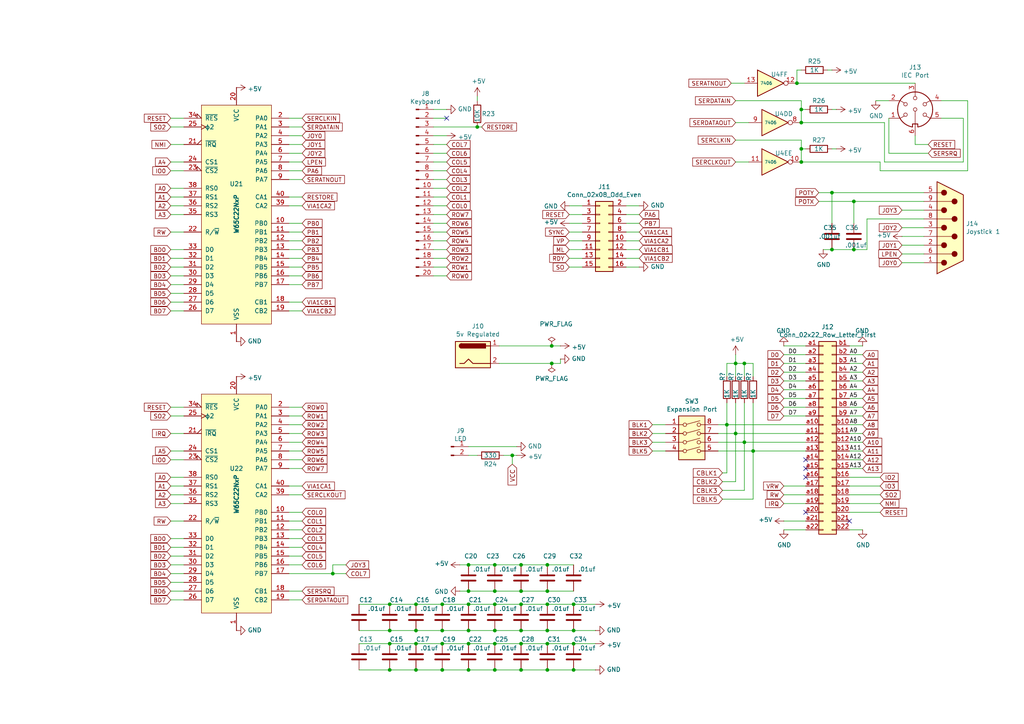
<source format=kicad_sch>
(kicad_sch (version 20250114) (generator "eeschema") (generator_version "9.0")
  (paper "A4")
  (junction (at 213.36 125.73))
  (junction (at 151.13 182.88))
  (junction (at 135.89 175.26))
  (junction (at 138.43 36.83))
  (junction (at 120.65 182.88))
  (junction (at 158.75 171.45))
  (junction (at 120.65 194.31))
  (junction (at 120.65 175.26))
  (junction (at 128.27 182.88))
  (junction (at 143.51 182.88))
  (junction (at 143.51 175.26))
  (junction (at 148.59 132.08))
  (junction (at 158.75 163.83))
  (junction (at 143.51 163.83))
  (junction (at 135.89 163.83))
  (junction (at 135.89 186.69))
  (junction (at 218.44 130.81))
  (junction (at 151.13 194.31))
  (junction (at 231.14 24.13))
  (junction (at 166.37 175.26))
  (junction (at 143.51 171.45))
  (junction (at 215.9 105.41))
  (junction (at 151.13 163.83))
  (junction (at 232.41 31.75))
  (junction (at 128.27 186.69))
  (junction (at 113.03 194.31))
  (junction (at 160.02 100.33))
  (junction (at 232.41 46.99))
  (junction (at 210.82 123.19))
  (junction (at 215.9 128.27))
  (junction (at 232.41 43.18))
  (junction (at 143.51 186.69))
  (junction (at 128.27 194.31))
  (junction (at 135.89 194.31))
  (junction (at 151.13 171.45))
  (junction (at 151.13 175.26))
  (junction (at 151.13 186.69))
  (junction (at 166.37 194.31))
  (junction (at 158.75 175.26))
  (junction (at 143.51 194.31))
  (junction (at 113.03 175.26))
  (junction (at 135.89 171.45))
  (junction (at 120.65 186.69))
  (junction (at 158.75 194.31))
  (junction (at 128.27 175.26))
  (junction (at 213.36 105.41))
  (junction (at 96.52 166.37))
  (junction (at 166.37 182.88))
  (junction (at 158.75 186.69))
  (junction (at 158.75 182.88))
  (junction (at 113.03 186.69))
  (junction (at 135.89 182.88))
  (junction (at 247.65 72.39))
  (junction (at 113.03 182.88))
  (junction (at 241.3 72.39))
  (junction (at 160.02 105.41))
  (junction (at 247.65 58.42))
  (junction (at 232.41 35.56))
  (junction (at 166.37 186.69))
  (junction (at 241.3 55.88))
  (no_connect (at 233.68 138.43))
  (no_connect (at 233.68 135.89))
  (no_connect (at 246.38 151.13))
  (no_connect (at 233.68 148.59))
  (no_connect (at 129.54 34.29))
  (no_connect (at 233.68 133.35))
  (wire (pts (xy 246.38 146.05) (xy 255.27 146.05)))
  (wire (pts (xy 120.65 186.69) (xy 128.27 186.69)))
  (wire (pts (xy 208.28 125.73) (xy 213.36 125.73)))
  (wire (pts (xy 233.68 146.05) (xy 227.33 146.05)))
  (wire (pts (xy 246.38 100.33) (xy 250.19 100.33)))
  (wire (pts (xy 83.82 72.39) (xy 87.63 72.39)))
  (wire (pts (xy 257.81 29.21) (xy 254 29.21)))
  (wire (pts (xy 193.04 128.27) (xy 189.23 128.27)))
  (wire (pts (xy 246.38 113.03) (xy 250.19 113.03)))
  (wire (pts (xy 261.62 68.58) (xy 267.97 68.58)))
  (wire (pts (xy 53.34 166.37) (xy 49.53 166.37)))
  (wire (pts (xy 83.82 64.77) (xy 87.63 64.77)))
  (wire (pts (xy 138.43 29.21) (xy 138.43 27.94)))
  (wire (pts (xy 247.65 72.39) (xy 241.3 72.39)))
  (wire (pts (xy 265.43 39.37) (xy 265.43 41.91)))
  (wire (pts (xy 265.43 41.91) (xy 269.24 41.91)))
  (wire (pts (xy 213.36 109.22) (xy 213.36 105.41)))
  (wire (pts (xy 218.44 130.81) (xy 233.68 130.81)))
  (wire (pts (xy 143.51 186.69) (xy 151.13 186.69)))
  (wire (pts (xy 233.68 113.03) (xy 227.33 113.03)))
  (wire (pts (xy 168.91 69.85) (xy 165.1 69.85)))
  (wire (pts (xy 166.37 182.88) (xy 172.72 182.88)))
  (wire (pts (xy 138.43 36.83) (xy 139.7 36.83)))
  (wire (pts (xy 125.73 31.75) (xy 129.54 31.75)))
  (wire (pts (xy 83.82 49.53) (xy 87.63 49.53)))
  (wire (pts (xy 83.82 171.45) (xy 87.63 171.45)))
  (wire (pts (xy 213.36 105.41) (xy 210.82 105.41)))
  (wire (pts (xy 246.38 107.95) (xy 250.19 107.95)))
  (wire (pts (xy 125.73 44.45) (xy 129.54 44.45)))
  (wire (pts (xy 83.82 52.07) (xy 87.63 52.07)))
  (wire (pts (xy 151.13 171.45) (xy 143.51 171.45)))
  (wire (pts (xy 53.34 80.01) (xy 49.53 80.01)))
  (wire (pts (xy 166.37 171.45) (xy 158.75 171.45)))
  (wire (pts (xy 143.51 175.26) (xy 135.89 175.26)))
  (wire (pts (xy 148.59 134.62) (xy 148.59 132.08)))
  (wire (pts (xy 246.38 140.97) (xy 255.27 140.97)))
  (wire (pts (xy 246.38 135.89) (xy 250.19 135.89)))
  (wire (pts (xy 113.03 194.31) (xy 120.65 194.31)))
  (wire (pts (xy 83.82 153.67) (xy 87.63 153.67)))
  (wire (pts (xy 53.34 77.47) (xy 49.53 77.47)))
  (wire (pts (xy 267.97 73.66) (xy 261.62 73.66)))
  (wire (pts (xy 125.73 52.07) (xy 129.54 52.07)))
  (wire (pts (xy 83.82 77.47) (xy 87.63 77.47)))
  (wire (pts (xy 53.34 118.11) (xy 49.53 118.11)))
  (wire (pts (xy 53.34 54.61) (xy 49.53 54.61)))
  (wire (pts (xy 148.59 132.08) (xy 149.86 132.08)))
  (wire (pts (xy 83.82 82.55) (xy 87.63 82.55)))
  (wire (pts (xy 151.13 186.69) (xy 158.75 186.69)))
  (wire (pts (xy 181.61 64.77) (xy 185.42 64.77)))
  (wire (pts (xy 53.34 82.55) (xy 49.53 82.55)))
  (wire (pts (xy 247.65 58.42) (xy 267.97 58.42)))
  (wire (pts (xy 53.34 158.75) (xy 49.53 158.75)))
  (wire (pts (xy 218.44 130.81) (xy 218.44 144.78)))
  (wire (pts (xy 83.82 125.73) (xy 87.63 125.73)))
  (wire (pts (xy 53.34 173.99) (xy 49.53 173.99)))
  (wire (pts (xy 168.91 77.47) (xy 165.1 77.47)))
  (wire (pts (xy 241.3 55.88) (xy 267.97 55.88)))
  (wire (pts (xy 53.34 46.99) (xy 49.53 46.99)))
  (wire (pts (xy 209.55 144.78) (xy 218.44 144.78)))
  (wire (pts (xy 83.82 128.27) (xy 87.63 128.27)))
  (wire (pts (xy 218.44 109.22) (xy 218.44 105.41)))
  (wire (pts (xy 256.54 35.56) (xy 256.54 46.99)))
  (wire (pts (xy 246.38 128.27) (xy 250.19 128.27)))
  (wire (pts (xy 233.68 115.57) (xy 227.33 115.57)))
  (wire (pts (xy 233.68 102.87) (xy 227.33 102.87)))
  (wire (pts (xy 158.75 186.69) (xy 166.37 186.69)))
  (wire (pts (xy 53.34 67.31) (xy 49.53 67.31)))
  (wire (pts (xy 233.68 105.41) (xy 227.33 105.41)))
  (wire (pts (xy 83.82 69.85) (xy 87.63 69.85)))
  (wire (pts (xy 158.75 163.83) (xy 151.13 163.83)))
  (wire (pts (xy 83.82 44.45) (xy 87.63 44.45)))
  (wire (pts (xy 125.73 62.23) (xy 129.54 62.23)))
  (wire (pts (xy 218.44 105.41) (xy 215.9 105.41)))
  (wire (pts (xy 53.34 140.97) (xy 49.53 140.97)))
  (wire (pts (xy 104.14 194.31) (xy 113.03 194.31)))
  (wire (pts (xy 135.89 129.54) (xy 149.86 129.54)))
  (wire (pts (xy 193.04 125.73) (xy 189.23 125.73)))
  (wire (pts (xy 166.37 186.69) (xy 172.72 186.69)))
  (wire (pts (xy 53.34 138.43) (xy 49.53 138.43)))
  (wire (pts (xy 83.82 57.15) (xy 87.63 57.15)))
  (wire (pts (xy 168.91 62.23) (xy 165.1 62.23)))
  (wire (pts (xy 257.81 44.45) (xy 269.24 44.45)))
  (wire (pts (xy 151.13 194.31) (xy 158.75 194.31)))
  (wire (pts (xy 83.82 173.99) (xy 87.63 173.99)))
  (wire (pts (xy 53.34 120.65) (xy 49.53 120.65)))
  (wire (pts (xy 120.65 182.88) (xy 128.27 182.88)))
  (wire (pts (xy 83.82 34.29) (xy 87.63 34.29)))
  (wire (pts (xy 233.68 120.65) (xy 227.33 120.65)))
  (wire (pts (xy 162.56 105.41) (xy 162.56 104.14)))
  (wire (pts (xy 181.61 59.69) (xy 185.42 59.69)))
  (wire (pts (xy 208.28 128.27) (xy 215.9 128.27)))
  (wire (pts (xy 83.82 158.75) (xy 87.63 158.75)))
  (wire (pts (xy 125.73 72.39) (xy 129.54 72.39)))
  (wire (pts (xy 160.02 100.33) (xy 162.56 100.33)))
  (wire (pts (xy 146.05 132.08) (xy 148.59 132.08)))
  (wire (pts (xy 246.38 115.57) (xy 250.19 115.57)))
  (wire (pts (xy 113.03 182.88) (xy 120.65 182.88)))
  (wire (pts (xy 151.13 182.88) (xy 158.75 182.88)))
  (wire (pts (xy 257.81 34.29) (xy 257.81 44.45)))
  (wire (pts (xy 233.68 143.51) (xy 227.33 143.51)))
  (wire (pts (xy 53.34 171.45) (xy 49.53 171.45)))
  (wire (pts (xy 232.41 43.18) (xy 232.41 46.99)))
  (wire (pts (xy 232.41 20.32) (xy 231.14 20.32)))
  (wire (pts (xy 251.46 72.39) (xy 247.65 72.39)))
  (wire (pts (xy 53.34 133.35) (xy 49.53 133.35)))
  (wire (pts (xy 83.82 148.59) (xy 87.63 148.59)))
  (wire (pts (xy 246.38 118.11) (xy 250.19 118.11)))
  (wire (pts (xy 53.34 74.93) (xy 49.53 74.93)))
  (wire (pts (xy 83.82 133.35) (xy 87.63 133.35)))
  (wire (pts (xy 208.28 130.81) (xy 218.44 130.81)))
  (wire (pts (xy 125.73 54.61) (xy 129.54 54.61)))
  (wire (pts (xy 193.04 130.81) (xy 189.23 130.81)))
  (wire (pts (xy 233.68 153.67) (xy 227.33 153.67)))
  (wire (pts (xy 208.28 123.19) (xy 210.82 123.19)))
  (wire (pts (xy 125.73 77.47) (xy 129.54 77.47)))
  (wire (pts (xy 232.41 31.75) (xy 232.41 35.56)))
  (wire (pts (xy 280.67 29.21) (xy 273.05 29.21)))
  (wire (pts (xy 158.75 194.31) (xy 166.37 194.31)))
  (wire (pts (xy 53.34 168.91) (xy 49.53 168.91)))
  (wire (pts (xy 135.89 163.83) (xy 133.35 163.83)))
  (wire (pts (xy 83.82 130.81) (xy 87.63 130.81)))
  (wire (pts (xy 83.82 120.65) (xy 87.63 120.65)))
  (wire (pts (xy 267.97 76.2) (xy 261.62 76.2)))
  (wire (pts (xy 83.82 143.51) (xy 87.63 143.51)))
  (wire (pts (xy 53.34 125.73) (xy 49.53 125.73)))
  (wire (pts (xy 128.27 175.26) (xy 120.65 175.26)))
  (wire (pts (xy 232.41 46.99) (xy 255.27 46.99)))
  (wire (pts (xy 231.14 20.32) (xy 231.14 24.13)))
  (wire (pts (xy 241.3 43.18) (xy 242.57 43.18)))
  (wire (pts (xy 53.34 143.51) (xy 49.53 143.51)))
  (wire (pts (xy 151.13 163.83) (xy 143.51 163.83)))
  (wire (pts (xy 53.34 41.91) (xy 49.53 41.91)))
  (wire (pts (xy 215.9 105.41) (xy 213.36 105.41)))
  (wire (pts (xy 83.82 80.01) (xy 87.63 80.01)))
  (wire (pts (xy 213.36 105.41) (xy 213.36 102.87)))
  (wire (pts (xy 53.34 36.83) (xy 49.53 36.83)))
  (wire (pts (xy 246.38 153.67) (xy 250.19 153.67)))
  (wire (pts (xy 143.51 163.83) (xy 135.89 163.83)))
  (wire (pts (xy 125.73 57.15) (xy 129.54 57.15)))
  (wire (pts (xy 246.38 110.49) (xy 250.19 110.49)))
  (wire (pts (xy 143.51 182.88) (xy 151.13 182.88)))
  (wire (pts (xy 160.02 105.41) (xy 162.56 105.41)))
  (wire (pts (xy 135.89 182.88) (xy 143.51 182.88)))
  (wire (pts (xy 53.34 59.69) (xy 49.53 59.69)))
  (wire (pts (xy 246.38 148.59) (xy 255.27 148.59)))
  (wire (pts (xy 96.52 166.37) (xy 96.52 163.83)))
  (wire (pts (xy 215.9 109.22) (xy 215.9 105.41)))
  (wire (pts (xy 53.34 34.29) (xy 49.53 34.29)))
  (wire (pts (xy 125.73 39.37) (xy 129.54 39.37)))
  (wire (pts (xy 128.27 186.69) (xy 135.89 186.69)))
  (wire (pts (xy 232.41 29.21) (xy 213.36 29.21)))
  (wire (pts (xy 251.46 63.5) (xy 251.46 72.39)))
  (wire (pts (xy 125.73 74.93) (xy 129.54 74.93)))
  (wire (pts (xy 144.78 100.33) (xy 160.02 100.33)))
  (wire (pts (xy 210.82 137.16) (xy 209.55 137.16)))
  (wire (pts (xy 168.91 64.77) (xy 165.1 64.77)))
  (wire (pts (xy 83.82 67.31) (xy 87.63 67.31)))
  (wire (pts (xy 231.14 24.13) (xy 265.43 24.13)))
  (wire (pts (xy 83.82 39.37) (xy 87.63 39.37)))
  (wire (pts (xy 215.9 116.84) (xy 215.9 128.27)))
  (wire (pts (xy 233.68 110.49) (xy 227.33 110.49)))
  (wire (pts (xy 83.82 46.99) (xy 87.63 46.99)))
  (wire (pts (xy 241.3 72.39) (xy 238.76 72.39)))
  (wire (pts (xy 232.41 40.64) (xy 213.36 40.64)))
  (wire (pts (xy 158.75 182.88) (xy 166.37 182.88)))
  (wire (pts (xy 83.82 90.17) (xy 87.63 90.17)))
  (wire (pts (xy 241.3 31.75) (xy 242.57 31.75)))
  (wire (pts (xy 125.73 41.91) (xy 129.54 41.91)))
  (wire (pts (xy 168.91 72.39) (xy 165.1 72.39)))
  (wire (pts (xy 53.34 72.39) (xy 49.53 72.39)))
  (wire (pts (xy 233.68 140.97) (xy 227.33 140.97)))
  (wire (pts (xy 53.34 85.09) (xy 49.53 85.09)))
  (wire (pts (xy 181.61 62.23) (xy 185.42 62.23)))
  (wire (pts (xy 227.33 100.33) (xy 233.68 100.33)))
  (wire (pts (xy 232.41 31.75) (xy 232.41 29.21)))
  (wire (pts (xy 158.75 175.26) (xy 151.13 175.26)))
  (wire (pts (xy 143.51 194.31) (xy 151.13 194.31)))
  (wire (pts (xy 96.52 166.37) (xy 100.33 166.37)))
  (wire (pts (xy 53.34 49.53) (xy 49.53 49.53)))
  (wire (pts (xy 125.73 49.53) (xy 129.54 49.53)))
  (wire (pts (xy 135.89 194.31) (xy 143.51 194.31)))
  (wire (pts (xy 53.34 151.13) (xy 49.53 151.13)))
  (wire (pts (xy 213.36 116.84) (xy 213.36 125.73)))
  (wire (pts (xy 125.73 80.01) (xy 129.54 80.01)))
  (wire (pts (xy 209.55 139.7) (xy 213.36 139.7)))
  (wire (pts (xy 246.38 123.19) (xy 250.19 123.19)))
  (wire (pts (xy 246.38 102.87) (xy 250.19 102.87)))
  (wire (pts (xy 210.82 123.19) (xy 233.68 123.19)))
  (wire (pts (xy 125.73 46.99) (xy 129.54 46.99)))
  (wire (pts (xy 83.82 59.69) (xy 87.63 59.69)))
  (wire (pts (xy 168.91 59.69) (xy 165.1 59.69)))
  (wire (pts (xy 83.82 163.83) (xy 87.63 163.83)))
  (wire (pts (xy 193.04 123.19) (xy 189.23 123.19)))
  (wire (pts (xy 113.03 175.26) (xy 104.14 175.26)))
  (wire (pts (xy 210.82 109.22) (xy 210.82 105.41)))
  (wire (pts (xy 166.37 175.26) (xy 158.75 175.26)))
  (wire (pts (xy 83.82 41.91) (xy 87.63 41.91)))
  (wire (pts (xy 215.9 128.27) (xy 233.68 128.27)))
  (wire (pts (xy 83.82 87.63) (xy 87.63 87.63)))
  (wire (pts (xy 166.37 194.31) (xy 172.72 194.31)))
  (wire (pts (xy 217.17 35.56) (xy 213.36 35.56)))
  (wire (pts (xy 135.89 186.69) (xy 143.51 186.69)))
  (wire (pts (xy 237.49 55.88) (xy 241.3 55.88)))
  (wire (pts (xy 83.82 135.89) (xy 87.63 135.89)))
  (wire (pts (xy 279.4 46.99) (xy 279.4 34.29)))
  (wire (pts (xy 53.34 57.15) (xy 49.53 57.15)))
  (wire (pts (xy 83.82 140.97) (xy 87.63 140.97)))
  (wire (pts (xy 246.38 138.43) (xy 255.27 138.43)))
  (wire (pts (xy 209.55 142.24) (xy 215.9 142.24)))
  (wire (pts (xy 125.73 36.83) (xy 138.43 36.83)))
  (wire (pts (xy 166.37 163.83) (xy 158.75 163.83)))
  (wire (pts (xy 168.91 67.31) (xy 165.1 67.31)))
  (wire (pts (xy 135.89 171.45) (xy 133.35 171.45)))
  (wire (pts (xy 241.3 64.77) (xy 241.3 55.88)))
  (wire (pts (xy 273.05 34.29) (xy 279.4 34.29)))
  (wire (pts (xy 246.38 133.35) (xy 250.19 133.35)))
  (wire (pts (xy 213.36 125.73) (xy 233.68 125.73)))
  (wire (pts (xy 53.34 163.83) (xy 49.53 163.83)))
  (wire (pts (xy 181.61 69.85) (xy 185.42 69.85)))
  (wire (pts (xy 232.41 35.56) (xy 256.54 35.56)))
  (wire (pts (xy 246.38 120.65) (xy 250.19 120.65)))
  (wire (pts (xy 104.14 182.88) (xy 113.03 182.88)))
  (wire (pts (xy 151.13 175.26) (xy 143.51 175.26)))
  (wire (pts (xy 267.97 60.96) (xy 261.62 60.96)))
  (wire (pts (xy 233.68 151.13) (xy 227.33 151.13)))
  (wire (pts (xy 240.03 20.32) (xy 241.3 20.32)))
  (wire (pts (xy 166.37 175.26) (xy 172.72 175.26)))
  (wire (pts (xy 128.27 194.31) (xy 135.89 194.31)))
  (wire (pts (xy 247.65 64.77) (xy 247.65 58.42)))
  (wire (pts (xy 233.68 31.75) (xy 232.41 31.75)))
  (wire (pts (xy 232.41 43.18) (xy 232.41 40.64)))
  (wire (pts (xy 144.78 105.41) (xy 160.02 105.41)))
  (wire (pts (xy 280.67 49.53) (xy 280.67 29.21)))
  (wire (pts (xy 125.73 69.85) (xy 129.54 69.85)))
  (wire (pts (xy 53.34 156.21) (xy 49.53 156.21)))
  (wire (pts (xy 215.9 24.13) (xy 212.09 24.13)))
  (wire (pts (xy 267.97 71.12) (xy 261.62 71.12)))
  (wire (pts (xy 120.65 175.26) (xy 113.03 175.26)))
  (wire (pts (xy 53.34 130.81) (xy 49.53 130.81)))
  (wire (pts (xy 113.03 186.69) (xy 120.65 186.69)))
  (wire (pts (xy 181.61 77.47) (xy 185.42 77.47)))
  (wire (pts (xy 125.73 64.77) (xy 129.54 64.77)))
  (wire (pts (xy 158.75 171.45) (xy 151.13 171.45)))
  (wire (pts (xy 83.82 151.13) (xy 87.63 151.13)))
  (wire (pts (xy 128.27 182.88) (xy 135.89 182.88)))
  (wire (pts (xy 83.82 161.29) (xy 87.63 161.29)))
  (wire (pts (xy 96.52 163.83) (xy 100.33 163.83)))
  (wire (pts (xy 246.38 130.81) (xy 250.19 130.81)))
  (wire (pts (xy 168.91 74.93) (xy 165.1 74.93)))
  (wire (pts (xy 215.9 128.27) (xy 215.9 142.24)))
  (wire (pts (xy 53.34 90.17) (xy 49.53 90.17)))
  (wire (pts (xy 256.54 46.99) (xy 279.4 46.99)))
  (wire (pts (xy 246.38 105.41) (xy 250.19 105.41)))
  (wire (pts (xy 246.38 125.73) (xy 250.19 125.73)))
  (wire (pts (xy 213.36 125.73) (xy 213.36 139.7)))
  (wire (pts (xy 143.51 171.45) (xy 135.89 171.45)))
  (wire (pts (xy 181.61 72.39) (xy 185.42 72.39)))
  (wire (pts (xy 255.27 49.53) (xy 280.67 49.53)))
  (wire (pts (xy 83.82 74.93) (xy 87.63 74.93)))
  (wire (pts (xy 135.89 132.08) (xy 138.43 132.08)))
  (wire (pts (xy 128.27 175.26) (xy 135.89 175.26)))
  (wire (pts (xy 210.82 123.19) (xy 210.82 137.16)))
  (wire (pts (xy 233.68 118.11) (xy 227.33 118.11)))
  (wire (pts (xy 104.14 186.69) (xy 113.03 186.69)))
  (wire (pts (xy 210.82 116.84) (xy 210.82 123.19)))
  (wire (pts (xy 255.27 46.99) (xy 255.27 49.53)))
  (wire (pts (xy 181.61 74.93) (xy 185.42 74.93)))
  (wire (pts (xy 217.17 46.99) (xy 213.36 46.99)))
  (wire (pts (xy 83.82 123.19) (xy 87.63 123.19)))
  (wire (pts (xy 53.34 161.29) (xy 49.53 161.29)))
  (wire (pts (xy 120.65 194.31) (xy 128.27 194.31)))
  (wire (pts (xy 83.82 118.11) (xy 87.63 118.11)))
  (wire (pts (xy 83.82 166.37) (xy 96.52 166.37)))
  (wire (pts (xy 237.49 58.42) (xy 247.65 58.42)))
  (wire (pts (xy 233.68 107.95) (xy 227.33 107.95)))
  (wire (pts (xy 125.73 34.29) (xy 129.54 34.29)))
  (wire (pts (xy 125.73 59.69) (xy 129.54 59.69)))
  (wire (pts (xy 267.97 66.04) (xy 261.62 66.04)))
  (wire (pts (xy 246.38 143.51) (xy 255.27 143.51)))
  (wire (pts (xy 125.73 67.31) (xy 129.54 67.31)))
  (wire (pts (xy 83.82 36.83) (xy 87.63 36.83)))
  (wire (pts (xy 53.34 62.23) (xy 49.53 62.23)))
  (wire (pts (xy 83.82 156.21) (xy 87.63 156.21)))
  (wire (pts (xy 53.34 146.05) (xy 49.53 146.05)))
  (wire (pts (xy 233.68 43.18) (xy 232.41 43.18)))
  (wire (pts (xy 218.44 116.84) (xy 218.44 130.81)))
  (wire (pts (xy 53.34 87.63) (xy 49.53 87.63)))
  (wire (pts (xy 251.46 63.5) (xy 267.97 63.5)))
  (wire (pts (xy 181.61 67.31) (xy 185.42 67.31)))
  (label "A13" (at 246.38 135.89 0) (effects (font (size 1.1938 1.1938))))
  (label "A11" (at 246.38 130.81 0) (effects (font (size 1.1938 1.1938))))
  (label "A1" (at 246.38 105.41 0) (effects (font (size 1.1938 1.1938))))
  (label "A7" (at 246.38 120.65 0) (effects (font (size 1.1938 1.1938))))
  (label "A12" (at 246.38 133.35 0) (effects (font (size 1.1938 1.1938))))
  (label "D4" (at 228.6 113.03 0) (effects (font (size 1.1938 1.1938))))
  (label "D2" (at 228.6 107.95 0) (effects (font (size 1.1938 1.1938))))
  (label "A4" (at 246.38 113.03 0) (effects (font (size 1.1938 1.1938))))
  (label "A0" (at 246.38 102.87 0) (effects (font (size 1.1938 1.1938))))
  (label "D5" (at 228.6 115.57 0) (effects (font (size 1.1938 1.1938))))
  (label "A2" (at 246.38 107.95 0) (effects (font (size 1.1938 1.1938))))
  (label "D0" (at 228.6 102.87 0) (effects (font (size 1.1938 1.1938))))
  (label "A3" (at 246.38 110.49 0) (effects (font (size 1.1938 1.1938))))
  (label "D1" (at 228.6 105.41 0) (effects (font (size 1.1938 1.1938))))
  (label "A8" (at 246.38 123.19 0) (effects (font (size 1.1938 1.1938))))
  (label "A10" (at 246.38 128.27 0) (effects (font (size 1.1938 1.1938))))
  (label "D6" (at 228.6 118.11 0) (effects (font (size 1.1938 1.1938))))
  (label "A5" (at 246.38 115.57 0) (effects (font (size 1.1938 1.1938))))
  (label "A9" (at 246.38 125.73 0) (effects (font (size 1.1938 1.1938))))
  (label "D7" (at 228.6 120.65 0) (effects (font (size 1.1938 1.1938))))
  (label "D3" (at 228.6 110.49 0) (effects (font (size 1.1938 1.1938))))
  (label "A6" (at 246.38 118.11 0) (effects (font (size 1.1938 1.1938))))
  (global_label "ROW2" (shape input) (at 87.63 123.19 0) (effects (font (size 1.1938 1.1938))) (property "Intersheetrefs" "${INTERSHEET_REFS}" (effects (hide yes))))
  (global_label "A11" (shape input) (at 250.19 130.81 0) (effects (font (size 1.1938 1.1938))) (property "Intersheetrefs" "${INTERSHEET_REFS}" (effects (hide yes))))
  (global_label "COL7" (shape input) (at 100.33 166.37 0) (effects (font (size 1.1938 1.1938))) (property "Intersheetrefs" "${INTERSHEET_REFS}" (effects (hide yes))))
  (global_label "LPEN" (shape input) (at 261.62 73.66 180) (effects (font (size 1.1938 1.1938))) (property "Intersheetrefs" "${INTERSHEET_REFS}" (effects (hide yes))))
  (global_label "ROW3" (shape input) (at 129.54 72.39 0) (effects (font (size 1.1938 1.1938))) (property "Intersheetrefs" "${INTERSHEET_REFS}" (effects (hide yes))))
  (global_label "VRW" (shape input) (at 227.33 140.97 180) (effects (font (size 1.1938 1.1938))) (property "Intersheetrefs" "${INTERSHEET_REFS}" (effects (hide yes))))
  (global_label "VIA1CB1" (shape input) (at 87.63 87.63 0) (effects (font (size 1.1938 1.1938))) (property "Intersheetrefs" "${INTERSHEET_REFS}" (effects (hide yes))))
  (global_label "A2" (shape input) (at 49.53 143.51 180) (effects (font (size 1.1938 1.1938))) (property "Intersheetrefs" "${INTERSHEET_REFS}" (effects (hide yes))))
  (global_label "BD6" (shape input) (at 49.53 171.45 180) (effects (font (size 1.1938 1.1938))) (property "Intersheetrefs" "${INTERSHEET_REFS}" (effects (hide yes))))
  (global_label "VIA1CA1" (shape input) (at 87.63 140.97 0) (effects (font (size 1.1938 1.1938))) (property "Intersheetrefs" "${INTERSHEET_REFS}" (effects (hide yes))))
  (global_label "JOY3" (shape input) (at 100.33 163.83 0) (effects (font (size 1.1938 1.1938))) (property "Intersheetrefs" "${INTERSHEET_REFS}" (effects (hide yes))))
  (global_label "A2" (shape input) (at 49.53 59.69 180) (effects (font (size 1.1938 1.1938))) (property "Intersheetrefs" "${INTERSHEET_REFS}" (effects (hide yes))))
  (global_label "RESET" (shape input) (at 49.53 118.11 180) (effects (font (size 1.1938 1.1938))) (property "Intersheetrefs" "${INTERSHEET_REFS}" (effects (hide yes))))
  (global_label "SERSRQ" (shape input) (at 269.24 44.45 0) (effects (font (size 1.1938 1.1938))) (property "Intersheetrefs" "${INTERSHEET_REFS}" (effects (hide yes))))
  (global_label "NMI" (shape input) (at 49.53 41.91 180) (effects (font (size 1.1938 1.1938))) (property "Intersheetrefs" "${INTERSHEET_REFS}" (effects (hide yes))))
  (global_label "VIA1CB1" (shape input) (at 185.42 72.39 0) (effects (font (size 1.1938 1.1938))) (property "Intersheetrefs" "${INTERSHEET_REFS}" (effects (hide yes))))
  (global_label "IO0" (shape input) (at 49.53 49.53 180) (effects (font (size 1.1938 1.1938))) (property "Intersheetrefs" "${INTERSHEET_REFS}" (effects (hide yes))))
  (global_label "COL7" (shape input) (at 129.54 41.91 0) (effects (font (size 1.1938 1.1938))) (property "Intersheetrefs" "${INTERSHEET_REFS}" (effects (hide yes))))
  (global_label "SERSRQ" (shape input) (at 87.63 171.45 0) (effects (font (size 1.1938 1.1938))) (property "Intersheetrefs" "${INTERSHEET_REFS}" (effects (hide yes))))
  (global_label "D4" (shape input) (at 227.33 113.03 180) (effects (font (size 1.1938 1.1938))) (property "Intersheetrefs" "${INTERSHEET_REFS}" (effects (hide yes))))
  (global_label "D5" (shape input) (at 227.33 115.57 180) (effects (font (size 1.1938 1.1938))) (property "Intersheetrefs" "${INTERSHEET_REFS}" (effects (hide yes))))
  (global_label "ROW3" (shape input) (at 87.63 125.73 0) (effects (font (size 1.1938 1.1938))) (property "Intersheetrefs" "${INTERSHEET_REFS}" (effects (hide yes))))
  (global_label "RESTORE" (shape input) (at 87.63 57.15 0) (effects (font (size 1.1938 1.1938))) (property "Intersheetrefs" "${INTERSHEET_REFS}" (effects (hide yes))))
  (global_label "A0" (shape input) (at 49.53 54.61 180) (effects (font (size 1.1938 1.1938))) (property "Intersheetrefs" "${INTERSHEET_REFS}" (effects (hide yes))))
  (global_label "PB5" (shape input) (at 87.63 77.47 0) (effects (font (size 1.1938 1.1938))) (property "Intersheetrefs" "${INTERSHEET_REFS}" (effects (hide yes))))
  (global_label "VIA1CA1" (shape input) (at 185.42 67.31 0) (effects (font (size 1.1938 1.1938))) (property "Intersheetrefs" "${INTERSHEET_REFS}" (effects (hide yes))))
  (global_label "PA6" (shape input) (at 185.42 62.23 0) (effects (font (size 1.1938 1.1938))) (property "Intersheetrefs" "${INTERSHEET_REFS}" (effects (hide yes))))
  (global_label "JOY1" (shape input) (at 87.63 41.91 0) (effects (font (size 1.1938 1.1938))) (property "Intersheetrefs" "${INTERSHEET_REFS}" (effects (hide yes))))
  (global_label "ROW4" (shape input) (at 129.54 69.85 0) (effects (font (size 1.1938 1.1938))) (property "Intersheetrefs" "${INTERSHEET_REFS}" (effects (hide yes))))
  (global_label "LPEN" (shape input) (at 87.63 46.99 0) (effects (font (size 1.1938 1.1938))) (property "Intersheetrefs" "${INTERSHEET_REFS}" (effects (hide yes))))
  (global_label "COL0" (shape input) (at 87.63 148.59 0) (effects (font (size 1.1938 1.1938))) (property "Intersheetrefs" "${INTERSHEET_REFS}" (effects (hide yes))))
  (global_label "ROW1" (shape input) (at 129.54 77.47 0) (effects (font (size 1.1938 1.1938))) (property "Intersheetrefs" "${INTERSHEET_REFS}" (effects (hide yes))))
  (global_label "JOY0" (shape input) (at 261.62 76.2 180) (effects (font (size 1.1938 1.1938))) (property "Intersheetrefs" "${INTERSHEET_REFS}" (effects (hide yes))))
  (global_label "IO0" (shape input) (at 49.53 133.35 180) (effects (font (size 1.1938 1.1938))) (property "Intersheetrefs" "${INTERSHEET_REFS}" (effects (hide yes))))
  (global_label "COL4" (shape input) (at 87.63 158.75 0) (effects (font (size 1.1938 1.1938))) (property "Intersheetrefs" "${INTERSHEET_REFS}" (effects (hide yes))))
  (global_label "BD7" (shape input) (at 49.53 90.17 180) (effects (font (size 1.1938 1.1938))) (property "Intersheetrefs" "${INTERSHEET_REFS}" (effects (hide yes))))
  (global_label "A5" (shape input) (at 250.19 115.57 0) (effects (font (size 1.1938 1.1938))) (property "Intersheetrefs" "${INTERSHEET_REFS}" (effects (hide yes))))
  (global_label "A0" (shape input) (at 250.19 102.87 0) (effects (font (size 1.1938 1.1938))) (property "Intersheetrefs" "${INTERSHEET_REFS}" (effects (hide yes))))
  (global_label "A3" (shape input) (at 49.53 146.05 180) (effects (font (size 1.1938 1.1938))) (property "Intersheetrefs" "${INTERSHEET_REFS}" (effects (hide yes))))
  (global_label "A13" (shape input) (at 250.19 135.89 0) (effects (font (size 1.1938 1.1938))) (property "Intersheetrefs" "${INTERSHEET_REFS}" (effects (hide yes))))
  (global_label "VIA1CB2" (shape input) (at 87.63 90.17 0) (effects (font (size 1.1938 1.1938))) (property "Intersheetrefs" "${INTERSHEET_REFS}" (effects (hide yes))))
  (global_label "D0" (shape input) (at 227.33 102.87 180) (effects (font (size 1.1938 1.1938))) (property "Intersheetrefs" "${INTERSHEET_REFS}" (effects (hide yes))))
  (global_label "A12" (shape input) (at 250.19 133.35 0) (effects (font (size 1.1938 1.1938))) (property "Intersheetrefs" "${INTERSHEET_REFS}" (effects (hide yes))))
  (global_label "BD2" (shape input) (at 49.53 161.29 180) (effects (font (size 1.1938 1.1938))) (property "Intersheetrefs" "${INTERSHEET_REFS}" (effects (hide yes))))
  (global_label "SERDATAIN" (shape input) (at 213.36 29.21 180) (effects (font (size 1.1938 1.1938))) (property "Intersheetrefs" "${INTERSHEET_REFS}" (effects (hide yes))))
  (global_label "A1" (shape input) (at 250.19 105.41 0) (effects (font (size 1.1938 1.1938))) (property "Intersheetrefs" "${INTERSHEET_REFS}" (effects (hide yes))))
  (global_label "A7" (shape input) (at 250.19 120.65 0) (effects (font (size 1.1938 1.1938))) (property "Intersheetrefs" "${INTERSHEET_REFS}" (effects (hide yes))))
  (global_label "A8" (shape input) (at 250.19 123.19 0) (effects (font (size 1.1938 1.1938))) (property "Intersheetrefs" "${INTERSHEET_REFS}" (effects (hide yes))))
  (global_label "CBLK3" (shape input) (at 209.55 142.24 180) (property "Intersheetrefs" "${INTERSHEET_REFS}" (effects (hide yes))))
  (global_label "COL5" (shape input) (at 129.54 46.99 0) (effects (font (size 1.1938 1.1938))) (property "Intersheetrefs" "${INTERSHEET_REFS}" (effects (hide yes))))
  (global_label "RW" (shape input) (at 49.53 151.13 180) (effects (font (size 1.1938 1.1938))) (property "Intersheetrefs" "${INTERSHEET_REFS}" (effects (hide yes))))
  (global_label "POTY" (shape input) (at 237.49 55.88 180) (effects (font (size 1.1938 1.1938))) (property "Intersheetrefs" "${INTERSHEET_REFS}" (effects (hide yes))))
  (global_label "COL1" (shape input) (at 87.63 151.13 0) (effects (font (size 1.1938 1.1938))) (property "Intersheetrefs" "${INTERSHEET_REFS}" (effects (hide yes))))
  (global_label "SERCLKIN" (shape input) (at 213.36 40.64 180) (effects (font (size 1.1938 1.1938))) (property "Intersheetrefs" "${INTERSHEET_REFS}" (effects (hide yes))))
  (global_label "BD4" (shape input) (at 49.53 166.37 180) (effects (font (size 1.1938 1.1938))) (property "Intersheetrefs" "${INTERSHEET_REFS}" (effects (hide yes))))
  (global_label "JOY0" (shape input) (at 87.63 39.37 0) (effects (font (size 1.1938 1.1938))) (property "Intersheetrefs" "${INTERSHEET_REFS}" (effects (hide yes))))
  (global_label "PB4" (shape input) (at 87.63 74.93 0) (effects (font (size 1.1938 1.1938))) (property "Intersheetrefs" "${INTERSHEET_REFS}" (effects (hide yes))))
  (global_label "RESET" (shape input) (at 269.24 41.91 0) (effects (font (size 1.1938 1.1938))) (property "Intersheetrefs" "${INTERSHEET_REFS}" (effects (hide yes))))
  (global_label "IO2" (shape input) (at 255.27 138.43 0) (effects (font (size 1.1938 1.1938))) (property "Intersheetrefs" "${INTERSHEET_REFS}" (effects (hide yes))))
  (global_label "SERCLKIN" (shape input) (at 87.63 34.29 0) (effects (font (size 1.1938 1.1938))) (property "Intersheetrefs" "${INTERSHEET_REFS}" (effects (hide yes))))
  (global_label "BD4" (shape input) (at 49.53 82.55 180) (effects (font (size 1.1938 1.1938))) (property "Intersheetrefs" "${INTERSHEET_REFS}" (effects (hide yes))))
  (global_label "COL2" (shape input) (at 87.63 153.67 0) (effects (font (size 1.1938 1.1938))) (property "Intersheetrefs" "${INTERSHEET_REFS}" (effects (hide yes))))
  (global_label "VIA1CA2" (shape input) (at 185.42 69.85 0) (effects (font (size 1.1938 1.1938))) (property "Intersheetrefs" "${INTERSHEET_REFS}" (effects (hide yes))))
  (global_label "A4" (shape input) (at 49.53 46.99 180) (effects (font (size 1.1938 1.1938))) (property "Intersheetrefs" "${INTERSHEET_REFS}" (effects (hide yes))))
  (global_label "BLK1" (shape input) (at 189.23 123.19 180) (effects (font (size 1.1938 1.1938))) (property "Intersheetrefs" "${INTERSHEET_REFS}" (effects (hide yes))))
  (global_label "A5" (shape input) (at 49.53 130.81 180) (effects (font (size 1.1938 1.1938))) (property "Intersheetrefs" "${INTERSHEET_REFS}" (effects (hide yes))))
  (global_label "BD3" (shape input) (at 49.53 163.83 180) (effects (font (size 1.1938 1.1938))) (property "Intersheetrefs" "${INTERSHEET_REFS}" (effects (hide yes))))
  (global_label "COL6" (shape input) (at 129.54 44.45 0) (effects (font (size 1.1938 1.1938))) (property "Intersheetrefs" "${INTERSHEET_REFS}" (effects (hide yes))))
  (global_label "ROW5" (shape input) (at 129.54 67.31 0) (effects (font (size 1.1938 1.1938))) (property "Intersheetrefs" "${INTERSHEET_REFS}" (effects (hide yes))))
  (global_label "SERDATAIN" (shape input) (at 87.63 36.83 0) (effects (font (size 1.1938 1.1938))) (property "Intersheetrefs" "${INTERSHEET_REFS}" (effects (hide yes))))
  (global_label "COL1" (shape input) (at 129.54 57.15 0) (effects (font (size 1.1938 1.1938))) (property "Intersheetrefs" "${INTERSHEET_REFS}" (effects (hide yes))))
  (global_label "A6" (shape input) (at 250.19 118.11 0) (effects (font (size 1.1938 1.1938))) (property "Intersheetrefs" "${INTERSHEET_REFS}" (effects (hide yes))))
  (global_label "COL3" (shape input) (at 87.63 156.21 0) (effects (font (size 1.1938 1.1938))) (property "Intersheetrefs" "${INTERSHEET_REFS}" (effects (hide yes))))
  (global_label "A9" (shape input) (at 250.19 125.73 0) (effects (font (size 1.1938 1.1938))) (property "Intersheetrefs" "${INTERSHEET_REFS}" (effects (hide yes))))
  (global_label "COL5" (shape input) (at 87.63 161.29 0) (effects (font (size 1.1938 1.1938))) (property "Intersheetrefs" "${INTERSHEET_REFS}" (effects (hide yes))))
  (global_label "COL4" (shape input) (at 129.54 49.53 0) (effects (font (size 1.1938 1.1938))) (property "Intersheetrefs" "${INTERSHEET_REFS}" (effects (hide yes))))
  (global_label "SERATNOUT" (shape input) (at 212.09 24.13 180) (effects (font (size 1.1938 1.1938))) (property "Intersheetrefs" "${INTERSHEET_REFS}" (effects (hide yes))))
  (global_label "POTX" (shape input) (at 237.49 58.42 180) (effects (font (size 1.1938 1.1938))) (property "Intersheetrefs" "${INTERSHEET_REFS}" (effects (hide yes))))
  (global_label "BD5" (shape input) (at 49.53 168.91 180) (effects (font (size 1.1938 1.1938))) (property "Intersheetrefs" "${INTERSHEET_REFS}" (effects (hide yes))))
  (global_label "RESET" (shape input) (at 255.27 148.59 0) (effects (font (size 1.1938 1.1938))) (property "Intersheetrefs" "${INTERSHEET_REFS}" (effects (hide yes))))
  (global_label "A3" (shape input) (at 250.19 110.49 0) (effects (font (size 1.1938 1.1938))) (property "Intersheetrefs" "${INTERSHEET_REFS}" (effects (hide yes))))
  (global_label "CBLK2" (shape input) (at 209.55 139.7 180) (property "Intersheetrefs" "${INTERSHEET_REFS}" (effects (hide yes))))
  (global_label "SO2" (shape input) (at 49.53 36.83 180) (effects (font (size 1.1938 1.1938))) (property "Intersheetrefs" "${INTERSHEET_REFS}" (effects (hide yes))))
  (global_label "ROW7" (shape input) (at 129.54 62.23 0) (effects (font (size 1.1938 1.1938))) (property "Intersheetrefs" "${INTERSHEET_REFS}" (effects (hide yes))))
  (global_label "CBLK5" (shape input) (at 209.55 144.78 180) (property "Intersheetrefs" "${INTERSHEET_REFS}" (effects (hide yes))))
  (global_label "SERDATAOUT" (shape input) (at 213.36 35.56 180) (effects (font (size 1.1938 1.1938))) (property "Intersheetrefs" "${INTERSHEET_REFS}" (effects (hide yes))))
  (global_label "SO2" (shape input) (at 255.27 143.51 0) (effects (font (size 1.1938 1.1938))) (property "Intersheetrefs" "${INTERSHEET_REFS}" (effects (hide yes))))
  (global_label "ROW6" (shape input) (at 129.54 64.77 0) (effects (font (size 1.1938 1.1938))) (property "Intersheetrefs" "${INTERSHEET_REFS}" (effects (hide yes))))
  (global_label "JOY1" (shape input) (at 261.62 71.12 180) (effects (font (size 1.1938 1.1938))) (property "Intersheetrefs" "${INTERSHEET_REFS}" (effects (hide yes))))
  (global_label "JOY3" (shape input) (at 261.62 60.96 180) (effects (font (size 1.1938 1.1938))) (property "Intersheetrefs" "${INTERSHEET_REFS}" (effects (hide yes))))
  (global_label "SO" (shape input) (at 165.1 77.47 180) (effects (font (size 1.1938 1.1938))) (property "Intersheetrefs" "${INTERSHEET_REFS}" (effects (hide yes))))
  (global_label "NMI" (shape input) (at 255.27 146.05 0) (effects (font (size 1.1938 1.1938))) (property "Intersheetrefs" "${INTERSHEET_REFS}" (effects (hide yes))))
  (global_label "D3" (shape input) (at 227.33 110.49 180) (effects (font (size 1.1938 1.1938))) (property "Intersheetrefs" "${INTERSHEET_REFS}" (effects (hide yes))))
  (global_label "SYNC" (shape input) (at 165.1 67.31 180) (effects (font (size 1.1938 1.1938))) (property "Intersheetrefs" "${INTERSHEET_REFS}" (effects (hide yes))))
  (global_label "BD1" (shape input) (at 49.53 74.93 180) (effects (font (size 1.1938 1.1938))) (property "Intersheetrefs" "${INTERSHEET_REFS}" (effects (hide yes))))
  (global_label "JOY2" (shape input) (at 261.62 66.04 180) (effects (font (size 1.1938 1.1938))) (property "Intersheetrefs" "${INTERSHEET_REFS}" (effects (hide yes))))
  (global_label "ROW0" (shape input) (at 129.54 80.01 0) (effects (font (size 1.1938 1.1938))) (property "Intersheetrefs" "${INTERSHEET_REFS}" (effects (hide yes))))
  (global_label "VIA1CB2" (shape input) (at 185.42 74.93 0) (effects (font (size 1.1938 1.1938))) (property "Intersheetrefs" "${INTERSHEET_REFS}" (effects (hide yes))))
  (global_label "ROW4" (shape input) (at 87.63 128.27 0) (effects (font (size 1.1938 1.1938))) (property "Intersheetrefs" "${INTERSHEET_REFS}" (effects (hide yes))))
  (global_label "ROW7" (shape input) (at 87.63 135.89 0) (effects (font (size 1.1938 1.1938))) (property "Intersheetrefs" "${INTERSHEET_REFS}" (effects (hide yes))))
  (global_label "BD6" (shape input) (at 49.53 87.63 180) (effects (font (size 1.1938 1.1938))) (property "Intersheetrefs" "${INTERSHEET_REFS}" (effects (hide yes))))
  (global_label "IRQ" (shape input) (at 227.33 146.05 180) (effects (font (size 1.1938 1.1938))) (property "Intersheetrefs" "${INTERSHEET_REFS}" (effects (hide yes))))
  (global_label "D6" (shape input) (at 227.33 118.11 180) (effects (font (size 1.1938 1.1938))) (property "Intersheetrefs" "${INTERSHEET_REFS}" (effects (hide yes))))
  (global_label "PB1" (shape input) (at 87.63 67.31 0) (effects (font (size 1.1938 1.1938))) (property "Intersheetrefs" "${INTERSHEET_REFS}" (effects (hide yes))))
  (global_label "A0" (shape input) (at 49.53 138.43 180) (effects (font (size 1.1938 1.1938))) (property "Intersheetrefs" "${INTERSHEET_REFS}" (effects (hide yes))))
  (global_label "RESET" (shape input) (at 49.53 34.29 180) (effects (font (size 1.1938 1.1938))) (property "Intersheetrefs" "${INTERSHEET_REFS}" (effects (hide yes))))
  (global_label "RDY" (shape input) (at 165.1 74.93 180) (effects (font (size 1.1938 1.1938))) (property "Intersheetrefs" "${INTERSHEET_REFS}" (effects (hide yes))))
  (global_label "BD0" (shape input) (at 49.53 156.21 180) (effects (font (size 1.1938 1.1938))) (property "Intersheetrefs" "${INTERSHEET_REFS}" (effects (hide yes))))
  (global_label "PB0" (shape input) (at 87.63 64.77 0) (effects (font (size 1.1938 1.1938))) (property "Intersheetrefs" "${INTERSHEET_REFS}" (effects (hide yes))))
  (global_label "RW" (shape input) (at 49.53 67.31 180) (effects (font (size 1.1938 1.1938))) (property "Intersheetrefs" "${INTERSHEET_REFS}" (effects (hide yes))))
  (global_label "A2" (shape input) (at 250.19 107.95 0) (effects (font (size 1.1938 1.1938))) (property "Intersheetrefs" "${INTERSHEET_REFS}" (effects (hide yes))))
  (global_label "D7" (shape input) (at 227.33 120.65 180) (effects (font (size 1.1938 1.1938))) (property "Intersheetrefs" "${INTERSHEET_REFS}" (effects (hide yes))))
  (global_label "RW" (shape input) (at 227.33 143.51 180) (effects (font (size 1.1938 1.1938))) (property "Intersheetrefs" "${INTERSHEET_REFS}" (effects (hide yes))))
  (global_label "A3" (shape input) (at 49.53 62.23 180) (effects (font (size 1.1938 1.1938))) (property "Intersheetrefs" "${INTERSHEET_REFS}" (effects (hide yes))))
  (global_label "ROW5" (shape input) (at 87.63 130.81 0) (effects (font (size 1.1938 1.1938))) (property "Intersheetrefs" "${INTERSHEET_REFS}" (effects (hide yes))))
  (global_label "BLK2" (shape input) (at 189.23 125.73 180) (effects (font (size 1.1938 1.1938))) (property "Intersheetrefs" "${INTERSHEET_REFS}" (effects (hide yes))))
  (global_label "RESET" (shape input) (at 165.1 62.23 180) (effects (font (size 1.1938 1.1938))) (property "Intersheetrefs" "${INTERSHEET_REFS}" (effects (hide yes))))
  (global_label "ROW6" (shape input) (at 87.63 133.35 0) (effects (font (size 1.1938 1.1938))) (property "Intersheetrefs" "${INTERSHEET_REFS}" (effects (hide yes))))
  (global_label "BLK3" (shape input) (at 189.23 128.27 180) (effects (font (size 1.1938 1.1938))) (property "Intersheetrefs" "${INTERSHEET_REFS}" (effects (hide yes))))
  (global_label "RESTORE" (shape input) (at 139.7 36.83 0) (effects (font (size 1.1938 1.1938))) (property "Intersheetrefs" "${INTERSHEET_REFS}" (effects (hide yes))))
  (global_label "SERCLKOUT" (shape input) (at 87.63 143.51 0) (effects (font (size 1.1938 1.1938))) (property "Intersheetrefs" "${INTERSHEET_REFS}" (effects (hide yes))))
  (global_label "BD2" (shape input) (at 49.53 77.47 180) (effects (font (size 1.1938 1.1938))) (property "Intersheetrefs" "${INTERSHEET_REFS}" (effects (hide yes))))
  (global_label "PB7" (shape input) (at 185.42 64.77 0) (effects (font (size 1.1938 1.1938))) (property "Intersheetrefs" "${INTERSHEET_REFS}" (effects (hide yes))))
  (global_label "ML" (shape input) (at 165.1 72.39 180) (effects (font (size 1.1938 1.1938))) (property "Intersheetrefs" "${INTERSHEET_REFS}" (effects (hide yes))))
  (global_label "IO3" (shape input) (at 255.27 140.97 0) (effects (font (size 1.1938 1.1938))) (property "Intersheetrefs" "${INTERSHEET_REFS}" (effects (hide yes))))
  (global_label "BLK5" (shape input) (at 189.23 130.81 180) (effects (font (size 1.1938 1.1938))) (property "Intersheetrefs" "${INTERSHEET_REFS}" (effects (hide yes))))
  (global_label "SERCLKOUT" (shape input) (at 213.36 46.99 180) (effects (font (size 1.1938 1.1938))) (property "Intersheetrefs" "${INTERSHEET_REFS}" (effects (hide yes))))
  (global_label "COL3" (shape input) (at 129.54 52.07 0) (effects (font (size 1.1938 1.1938))) (property "Intersheetrefs" "${INTERSHEET_REFS}" (effects (hide yes))))
  (global_label "A4" (shape input) (at 250.19 113.03 0) (effects (font (size 1.1938 1.1938))) (property "Intersheetrefs" "${INTERSHEET_REFS}" (effects (hide yes))))
  (global_label "BD3" (shape input) (at 49.53 80.01 180) (effects (font (size 1.1938 1.1938))) (property "Intersheetrefs" "${INTERSHEET_REFS}" (effects (hide yes))))
  (global_label "ROW2" (shape input) (at 129.54 74.93 0) (effects (font (size 1.1938 1.1938))) (property "Intersheetrefs" "${INTERSHEET_REFS}" (effects (hide yes))))
  (global_label "PB3" (shape input) (at 87.63 72.39 0) (effects (font (size 1.1938 1.1938))) (property "Intersheetrefs" "${INTERSHEET_REFS}" (effects (hide yes))))
  (global_label "VIA1CA2" (shape input) (at 87.63 59.69 0) (effects (font (size 1.1938 1.1938))) (property "Intersheetrefs" "${INTERSHEET_REFS}" (effects (hide yes))))
  (global_label "BD1" (shape input) (at 49.53 158.75 180) (effects (font (size 1.1938 1.1938))) (property "Intersheetrefs" "${INTERSHEET_REFS}" (effects (hide yes))))
  (global_label "BD0" (shape input) (at 49.53 72.39 180) (effects (font (size 1.1938 1.1938))) (property "Intersheetrefs" "${INTERSHEET_REFS}" (effects (hide yes))))
  (global_label "BD5" (shape input) (at 49.53 85.09 180) (effects (font (size 1.1938 1.1938))) (property "Intersheetrefs" "${INTERSHEET_REFS}" (effects (hide yes))))
  (global_label "A10" (shape input) (at 250.19 128.27 0) (effects (font (size 1.1938 1.1938))) (property "Intersheetrefs" "${INTERSHEET_REFS}" (effects (hide yes))))
  (global_label "A1" (shape input) (at 49.53 140.97 180) (effects (font (size 1.1938 1.1938))) (property "Intersheetrefs" "${INTERSHEET_REFS}" (effects (hide yes))))
  (global_label "ROW0" (shape input) (at 87.63 118.11 0) (effects (font (size 1.1938 1.1938))) (property "Intersheetrefs" "${INTERSHEET_REFS}" (effects (hide yes))))
  (global_label "SERDATAOUT" (shape input) (at 87.63 173.99 0) (effects (font (size 1.1938 1.1938))) (property "Intersheetrefs" "${INTERSHEET_REFS}" (effects (hide yes))))
  (global_label "A1" (shape input) (at 49.53 57.15 180) (effects (font (size 1.1938 1.1938))) (property "Intersheetrefs" "${INTERSHEET_REFS}" (effects (hide yes))))
  (global_label "SERATNOUT" (shape input) (at 87.63 52.07 0) (effects (font (size 1.1938 1.1938))) (property "Intersheetrefs" "${INTERSHEET_REFS}" (effects (hide yes))))
  (global_label "SO2" (shape input) (at 49.53 120.65 180) (effects (font (size 1.1938 1.1938))) (property "Intersheetrefs" "${INTERSHEET_REFS}" (effects (hide yes))))
  (global_label "PA6" (shape input) (at 87.63 49.53 0) (effects (font (size 1.1938 1.1938))) (property "Intersheetrefs" "${INTERSHEET_REFS}" (effects (hide yes))))
  (global_label "PB2" (shape input) (at 87.63 69.85 0) (effects (font (size 1.1938 1.1938))) (property "Intersheetrefs" "${INTERSHEET_REFS}" (effects (hide yes))))
  (global_label "VP" (shape input) (at 165.1 69.85 180) (effects (font (size 1.1938 1.1938))) (property "Intersheetrefs" "${INTERSHEET_REFS}" (effects (hide yes))))
  (global_label "PB6" (shape input) (at 87.63 80.01 0) (effects (font (size 1.1938 1.1938))) (property "Intersheetrefs" "${INTERSHEET_REFS}" (effects (hide yes))))
  (global_label "D1" (shape input) (at 227.33 105.41 180) (effects (font (size 1.1938 1.1938))) (property "Intersheetrefs" "${INTERSHEET_REFS}" (effects (hide yes))))
  (global_label "COL6" (shape input) (at 87.63 163.83 0) (effects (font (size 1.1938 1.1938))) (property "Intersheetrefs" "${INTERSHEET_REFS}" (effects (hide yes))))
  (global_label "CBLK1" (shape input) (at 209.55 137.16 180) (property "Intersheetrefs" "${INTERSHEET_REFS}" (effects (hide yes))))
  (global_label "COL2" (shape input) (at 129.54 54.61 0) (effects (font (size 1.1938 1.1938))) (property "Intersheetrefs" "${INTERSHEET_REFS}" (effects (hide yes))))
  (global_label "PB7" (shape input) (at 87.63 82.55 0) (effects (font (size 1.1938 1.1938))) (property "Intersheetrefs" "${INTERSHEET_REFS}" (effects (hide yes))))
  (global_label "IRQ" (shape input) (at 49.53 125.73 180) (effects (font (size 1.1938 1.1938))) (property "Intersheetrefs" "${INTERSHEET_REFS}" (effects (hide yes))))
  (global_label "BD7" (shape input) (at 49.53 173.99 180) (effects (font (size 1.1938 1.1938))) (property "Intersheetrefs" "${INTERSHEET_REFS}" (effects (hide yes))))
  (global_label "D2" (shape input) (at 227.33 107.95 180) (effects (font (size 1.1938 1.1938))) (property "Intersheetrefs" "${INTERSHEET_REFS}" (effects (hide yes))))
  (global_label "VCC" (shape input) (at 148.59 134.62 270) (property "Intersheetrefs" "${INTERSHEET_REFS}" (effects (hide yes))))
  (global_label "COL0" (shape input) (at 129.54 59.69 0) (effects (font (size 1.1938 1.1938))) (property "Intersheetrefs" "${INTERSHEET_REFS}" (effects (hide yes))))
  (global_label "JOY2" (shape input) (at 87.63 44.45 0) (effects (font (size 1.1938 1.1938))) (property "Intersheetrefs" "${INTERSHEET_REFS}" (effects (hide yes))))
  (global_label "ROW1" (shape input) (at 87.63 120.65 0) (effects (font (size 1.1938 1.1938))) (property "Intersheetrefs" "${INTERSHEET_REFS}" (effects (hide yes))))
  (symbol (lib_id "Device:R") (at 210.82 113.03 0) (unit 1)
    (property "Reference" "R32" (at 209.55 110.49 90) (effects (justify left)))
    (property "Value" "1K" (at 210.82 115.57 90) (effects (justify left)))
    (property "Footprint" "Resistor_THT:R_Axial_DIN0207_L6.3mm_D2.5mm_P7.62mm_Horizontal" (effects (hide yes)))
    (instances (project "" (path "" (reference "R?") (unit 1)) (path "" (reference "R32") (unit 1))))
  )
  (symbol (lib_id "Device:R") (at 213.36 113.03 0) (unit 1)
    (property "Reference" "R33" (at 212.09 110.49 90) (effects (justify left)))
    (property "Value" "1K" (at 213.36 115.57 90) (effects (justify left)))
    (property "Footprint" "Resistor_THT:R_Axial_DIN0207_L6.3mm_D2.5mm_P7.62mm_Horizontal" (effects (hide yes)))
    (instances (project "" (path "" (reference "R?") (unit 1)) (path "" (reference "R33") (unit 1))))
  )
  (symbol (lib_id "Device:R") (at 215.9 113.03 0) (unit 1)
    (property "Reference" "R34" (at 214.63 110.49 90) (effects (justify left)))
    (property "Value" "1K" (at 215.9 115.57 90) (effects (justify left)))
    (property "Footprint" "Resistor_THT:R_Axial_DIN0207_L6.3mm_D2.5mm_P7.62mm_Horizontal" (effects (hide yes)))
    (instances (project "" (path "" (reference "R?") (unit 1)) (path "" (reference "R34") (unit 1))))
  )
  (symbol (lib_id "Device:R") (at 218.44 113.03 0) (unit 1)
    (property "Reference" "R35" (at 217.17 110.49 90) (effects (justify left)))
    (property "Value" "1K" (at 218.44 115.57 90) (effects (justify left)))
    (property "Footprint" "Resistor_THT:R_Axial_DIN0207_L6.3mm_D2.5mm_P7.62mm_Horizontal" (effects (hide yes)))
    (instances (project "" (path "" (reference "R?") (unit 1)) (path "" (reference "R35") (unit 1))))
  )
  (symbol (lib_id "power:+5V") (at 213.36 102.87 0) (unit 1)
    (property "Reference" "#PWR036" (effects (hide yes)))
    (property "Value" "+5V" (at 213.741 98.4758 0))
  )
  (symbol (lib_id "65xx:W65C22NxP") (at 68.58 62.23 0) (unit 1)
    (property "Reference" "U21" (at 68.58 53.34 0))
    (property "Value" "W65C22NxP" (at 68.58 62.23 90) (effects (font (bold yes) (italic yes))))
    (property "Footprint" "Package_DIP:DIP-40_W15.24mm_Socket" (effects (hide yes)))
    (property "Datasheet" "http://www.westerndesigncenter.com/wdc/documentation/w65c22.pdf" (effects (hide yes)))
  )
  (symbol (lib_id "65xx:W65C22NxP") (at 68.58 146.05 0) (unit 1)
    (property "Reference" "U22" (at 68.58 135.89 0))
    (property "Value" "W65C22NxP" (at 68.58 143.51 90) (effects (font (bold yes) (italic yes))))
    (property "Footprint" "Package_DIP:DIP-40_W15.24mm_Socket" (effects (hide yes)))
    (property "Datasheet" "http://www.westerndesigncenter.com/wdc/documentation/w65c22.pdf" (effects (hide yes)))
  )
  (symbol (lib_id "Connector:Conn_01x20_Male") (at 120.65 54.61 0) (unit 1)
    (property "Reference" "J8" (at 123.3932 27.1526 0))
    (property "Value" "Keyboard" (at 123.3932 29.464 0))
    (property "Footprint" "Connector_PinHeader_2.54mm:PinHeader_1x20_P2.54mm_Vertical" (effects (hide yes)))
  )
  (symbol (lib_id "Connector:DIN-6") (at 265.43 31.75 0) (unit 1)
    (property "Reference" "J13" (at 265.43 19.5326 0))
    (property "Value" "IEC Port" (at 265.43 21.844 0))
    (property "Footprint" "Connector:din6" (effects (hide yes)))
    (property "Datasheet" "http://www.mouser.com/ds/2/18/40_c091_abd_e-75918.pdf" (effects (hide yes)))
  )
  (symbol (lib_id "Connector:DB9_Male") (at 275.59 66.04 0) (unit 1)
    (property "Reference" "J14" (at 280.162 64.8716 0) (effects (justify left)))
    (property "Value" "Joystick 1" (at 280.162 67.183 0) (effects (justify left)))
    (property "Footprint" "Connector_Dsub:DSUB-9_Male_Horizontal_P2.77x2.84mm_EdgePinOffset4.94mm_Housed_MountingHolesOffset7.48mm" (effects (hide yes)))
  )
  (symbol (lib_id "Connector_Generic:Conn_02x22_Row_Letter_First") (at 238.76 125.73 0) (unit 1)
    (property "Reference" "J12" (at 240.03 94.8182 0))
    (property "Value" "Conn_02x22_Row_Letter_First" (at 240.03 97.1296 0))
    (property "Footprint" "logo:vic20cartridge1" (effects (hide yes)))
  )
  (symbol (lib_id "Switch:SW_DIP_x04") (at 200.66 128.27 0) (unit 1)
    (property "Reference" "SW3" (at 200.66 116.4082 0))
    (property "Value" "Expansion Port" (at 200.66 118.7196 0))
    (property "Footprint" "Package_DIP:DIP-8_W7.62mm" (effects (hide yes)))
  )
  (symbol (lib_id "Connector:Conn_01x02_Male") (at 130.81 129.54 0) (unit 1)
    (property "Reference" "J9" (at 133.5532 124.9426 0))
    (property "Value" "LED" (at 133.5532 127.254 0))
    (property "Footprint" "Connector_PinHeader_2.54mm:PinHeader_1x02_P2.54mm_Vertical" (effects (hide yes)))
  )
  (symbol (lib_id "Connector:Barrel_Jack") (at 137.16 102.87 0) (unit 1)
    (property "Reference" "J10" (at 138.6078 94.615 0))
    (property "Value" "5v Regulated" (at 138.6078 96.9264 0))
    (property "Footprint" "Connector_BarrelJack:BarrelJack_CUI_PJ-063AH_Horizontal" (effects (hide yes)))
  )
  (symbol (lib_id "74xx:74LS06") (at 223.52 24.13 0) (unit 6)
    (property "Reference" "U4F" (at 226.06 21.59 0))
    (property "Value" "7406" (at 222.25 24.13 0) (effects (font (size 0.889 0.889))))
    (property "Footprint" "Package_DIP:DIP-14_W7.62mm_Socket" (effects (hide yes)))
    (property "Datasheet" "http://www.ti.com/lit/gpn/sn74LS06" (effects (hide yes)))
  )
  (symbol (lib_id "74xx:74LS06") (at 224.79 46.99 0) (unit 5)
    (property "Reference" "U4E" (at 227.33 44.45 0))
    (property "Value" "7406" (at 223.52 46.99 0) (effects (font (size 0.889 0.889))))
    (property "Footprint" "Package_DIP:DIP-14_W7.62mm_Socket" (effects (hide yes)))
    (property "Datasheet" "http://www.ti.com/lit/gpn/sn74LS06" (effects (hide yes)))
  )
  (symbol (lib_id "74xx:74LS06") (at 224.79 35.56 0) (unit 4)
    (property "Reference" "U4D" (at 227.33 33.02 0))
    (property "Value" "7406" (at 223.52 35.56 0) (effects (font (size 0.889 0.889))))
    (property "Footprint" "Package_DIP:DIP-14_W7.62mm_Socket" (effects (hide yes)))
    (property "Datasheet" "http://www.ti.com/lit/gpn/sn74LS06" (effects (hide yes)))
  )
  (symbol (lib_id "Device:R") (at 236.22 20.32 270) (unit 1)
    (property "Reference" "R25" (at 236.22 17.78 90))
    (property "Value" "1K" (at 236.22 20.32 90))
    (property "Footprint" "Resistor_THT:R_Axial_DIN0207_L6.3mm_D2.5mm_P7.62mm_Horizontal" (effects (hide yes)))
  )
  (symbol (lib_id "Device:R") (at 237.49 43.18 270) (unit 1)
    (property "Reference" "R27" (at 237.49 40.64 90))
    (property "Value" "1K" (at 237.49 43.18 90))
    (property "Footprint" "Resistor_THT:R_Axial_DIN0207_L6.3mm_D2.5mm_P7.62mm_Horizontal" (effects (hide yes)))
  )
  (symbol (lib_id "Device:R") (at 237.49 31.75 270) (unit 1)
    (property "Reference" "R26" (at 237.49 29.21 90))
    (property "Value" "1K" (at 237.49 31.75 90))
    (property "Footprint" "Resistor_THT:R_Axial_DIN0207_L6.3mm_D2.5mm_P7.62mm_Horizontal" (effects (hide yes)))
  )
  (symbol (lib_id "Device:C") (at 247.65 68.58 0) (unit 1)
    (property "Reference" "C36" (at 245.11 66.04 0) (effects (justify left)))
    (property "Value" ".001uf" (at 245.11 71.12 0) (effects (justify left)))
    (property "Footprint" "Capacitor_THT:C_Rect_L7.0mm_W2.0mm_P5.00mm" (effects (hide yes)))
  )
  (symbol (lib_id "Device:C") (at 241.3 68.58 0) (unit 1)
    (property "Reference" "C35" (at 238.76 66.04 0) (effects (justify left)))
    (property "Value" ".001uf" (at 237.49 68.58 0) (effects (justify left)))
    (property "Footprint" "Capacitor_THT:C_Rect_L7.0mm_W2.0mm_P5.00mm" (effects (hide yes)))
  )
  (symbol (lib_id "Device:R") (at 142.24 132.08 270) (unit 1)
    (property "Reference" "R24" (at 142.24 134.62 90))
    (property "Value" "330" (at 142.24 132.08 90))
    (property "Footprint" "Resistor_THT:R_Axial_DIN0207_L6.3mm_D2.5mm_P7.62mm_Horizontal" (effects (hide yes)))
  )
  (symbol (lib_id "Device:C") (at 120.65 179.07 0) (unit 1)
    (property "Reference" "C16" (at 120.65 173.99 0) (effects (justify left)))
    (property "Value" ".01uf" (at 121.92 176.53 0) (effects (justify left)))
    (property "Footprint" "Capacitor_THT:C_Rect_L7.0mm_W2.0mm_P5.00mm" (effects (hide yes)))
  )
  (symbol (lib_id "Device:C") (at 128.27 179.07 0) (unit 1)
    (property "Reference" "C18" (at 128.27 173.99 0) (effects (justify left)))
    (property "Value" ".01uf" (at 129.54 176.53 0) (effects (justify left)))
    (property "Footprint" "Capacitor_THT:C_Rect_L7.0mm_W2.0mm_P5.00mm" (effects (hide yes)))
  )
  (symbol (lib_id "Device:C") (at 158.75 179.07 0) (unit 1)
    (property "Reference" "C30" (at 158.75 173.99 0) (effects (justify left)))
    (property "Value" ".01uf" (at 160.02 176.53 0) (effects (justify left)))
    (property "Footprint" "Capacitor_THT:C_Rect_L7.0mm_W2.0mm_P5.00mm" (effects (hide yes)))
  )
  (symbol (lib_id "Device:C") (at 135.89 179.07 0) (unit 1)
    (property "Reference" "C21" (at 135.89 173.99 0) (effects (justify left)))
    (property "Value" ".01uf" (at 137.16 176.53 0) (effects (justify left)))
    (property "Footprint" "Capacitor_THT:C_Rect_L7.0mm_W2.0mm_P5.00mm" (effects (hide yes)))
  )
  (symbol (lib_id "Device:C") (at 166.37 179.07 0) (unit 1)
    (property "Reference" "C33" (at 166.37 173.99 0) (effects (justify left)))
    (property "Value" ".01uf" (at 167.64 176.53 0) (effects (justify left)))
    (property "Footprint" "Capacitor_THT:C_Rect_L7.0mm_W2.0mm_P5.00mm" (effects (hide yes)))
  )
  (symbol (lib_id "Device:C") (at 151.13 179.07 0) (unit 1)
    (property "Reference" "C27" (at 151.13 173.99 0) (effects (justify left)))
    (property "Value" ".01uf" (at 152.4 176.53 0) (effects (justify left)))
    (property "Footprint" "Capacitor_THT:C_Rect_L7.0mm_W2.0mm_P5.00mm" (effects (hide yes)))
  )
  (symbol (lib_id "Device:C") (at 120.65 190.5 0) (unit 1)
    (property "Reference" "C17" (at 120.65 185.42 0) (effects (justify left)))
    (property "Value" ".01uf" (at 121.92 187.96 0) (effects (justify left)))
    (property "Footprint" "Capacitor_THT:C_Rect_L7.0mm_W2.0mm_P5.00mm" (effects (hide yes)))
  )
  (symbol (lib_id "Device:C") (at 151.13 190.5 0) (unit 1)
    (property "Reference" "C28" (at 151.13 185.42 0) (effects (justify left)))
    (property "Value" ".01uf" (at 152.4 187.96 0) (effects (justify left)))
    (property "Footprint" "Capacitor_THT:C_Rect_L7.0mm_W2.0mm_P5.00mm" (effects (hide yes)))
  )
  (symbol (lib_id "Device:C") (at 158.75 190.5 0) (unit 1)
    (property "Reference" "C31" (at 158.75 185.42 0) (effects (justify left)))
    (property "Value" ".01uf" (at 160.02 187.96 0) (effects (justify left)))
    (property "Footprint" "Capacitor_THT:C_Rect_L7.0mm_W2.0mm_P5.00mm" (effects (hide yes)))
  )
  (symbol (lib_id "Device:C") (at 166.37 190.5 0) (unit 1)
    (property "Reference" "C34" (at 166.37 185.42 0) (effects (justify left)))
    (property "Value" ".01uf" (at 167.64 187.96 0) (effects (justify left)))
    (property "Footprint" "Capacitor_THT:C_Rect_L7.0mm_W2.0mm_P5.00mm" (effects (hide yes)))
  )
  (symbol (lib_id "Device:C") (at 143.51 190.5 0) (unit 1)
    (property "Reference" "C25" (at 143.51 185.42 0) (effects (justify left)))
    (property "Value" ".01uf" (at 144.78 187.96 0) (effects (justify left)))
    (property "Footprint" "Capacitor_THT:C_Rect_L7.0mm_W2.0mm_P5.00mm" (effects (hide yes)))
  )
  (symbol (lib_id "Device:C") (at 135.89 190.5 0) (unit 1)
    (property "Reference" "C22" (at 135.89 185.42 0) (effects (justify left)))
    (property "Value" ".01uf" (at 137.16 187.96 0) (effects (justify left)))
    (property "Footprint" "Capacitor_THT:C_Rect_L7.0mm_W2.0mm_P5.00mm" (effects (hide yes)))
  )
  (symbol (lib_id "Device:C") (at 128.27 190.5 0) (unit 1)
    (property "Reference" "C19" (at 128.27 185.42 0) (effects (justify left)))
    (property "Value" ".01uf" (at 129.54 187.96 0) (effects (justify left)))
    (property "Footprint" "Capacitor_THT:C_Rect_L7.0mm_W2.0mm_P5.00mm" (effects (hide yes)))
  )
  (symbol (lib_id "Device:C") (at 113.03 190.5 0) (unit 1)
    (property "Reference" "C15" (at 113.03 185.42 0) (effects (justify left)))
    (property "Value" ".01uf" (at 114.3 187.96 0) (effects (justify left)))
    (property "Footprint" "Capacitor_THT:C_Rect_L7.0mm_W2.0mm_P5.00mm" (effects (hide yes)))
  )
  (symbol (lib_id "Device:C") (at 104.14 190.5 0) (unit 1)
    (property "Reference" "C13" (at 104.14 185.42 0) (effects (justify left)))
    (property "Value" ".01uf" (at 105.41 187.96 0) (effects (justify left)))
    (property "Footprint" "Capacitor_THT:C_Rect_L7.0mm_W2.0mm_P5.00mm" (effects (hide yes)))
  )
  (symbol (lib_id "Device:C") (at 143.51 179.07 0) (unit 1)
    (property "Reference" "C24" (at 143.51 173.99 0) (effects (justify left)))
    (property "Value" ".01uf" (at 144.78 176.53 0) (effects (justify left)))
    (property "Footprint" "Capacitor_THT:C_Rect_L7.0mm_W2.0mm_P5.00mm" (effects (hide yes)))
  )
  (symbol (lib_id "Device:C") (at 135.89 167.64 0) (unit 1)
    (property "Reference" "C20" (at 134.62 161.29 0) (effects (justify left)))
    (property "Value" ".01uf" (at 137.16 165.1 0) (effects (justify left)))
    (property "Footprint" "Capacitor_THT:C_Rect_L7.0mm_W2.0mm_P5.00mm" (effects (hide yes)))
  )
  (symbol (lib_id "Device:C") (at 143.51 167.64 0) (unit 1)
    (property "Reference" "C23" (at 140.97 161.29 0) (effects (justify left)))
    (property "Value" ".01uf" (at 144.78 165.1 0) (effects (justify left)))
    (property "Footprint" "Capacitor_THT:C_Rect_L7.0mm_W2.0mm_P5.00mm" (effects (hide yes)))
  )
  (symbol (lib_id "Device:C") (at 151.13 167.64 0) (unit 1)
    (property "Reference" "C26" (at 148.59 161.29 0) (effects (justify left)))
    (property "Value" ".01uf" (at 152.4 165.1 0) (effects (justify left)))
    (property "Footprint" "Capacitor_THT:C_Rect_L7.0mm_W2.0mm_P5.00mm" (effects (hide yes)))
  )
  (symbol (lib_id "Device:C") (at 104.14 179.07 0) (unit 1)
    (property "Reference" "C12" (at 104.14 173.99 0) (effects (justify left)))
    (property "Value" ".01uf" (at 106.68 176.53 0) (effects (justify left)))
    (property "Footprint" "Capacitor_THT:C_Rect_L7.0mm_W2.0mm_P5.00mm" (effects (hide yes)))
  )
  (symbol (lib_id "Device:C") (at 158.75 167.64 0) (unit 1)
    (property "Reference" "C29" (at 157.48 161.29 0) (effects (justify left)))
    (property "Value" ".01uf" (at 160.02 165.1 0) (effects (justify left)))
    (property "Footprint" "Capacitor_THT:C_Rect_L7.0mm_W2.0mm_P5.00mm" (effects (hide yes)))
  )
  (symbol (lib_id "Device:C") (at 166.37 167.64 0) (unit 1)
    (property "Reference" "C32" (at 165.1 161.29 0) (effects (justify left)))
    (property "Value" ".01uf" (at 167.64 165.1 0) (effects (justify left)))
    (property "Footprint" "Capacitor_THT:C_Rect_L7.0mm_W2.0mm_P5.00mm" (effects (hide yes)))
  )
  (symbol (lib_id "Device:C") (at 113.03 179.07 0) (unit 1)
    (property "Reference" "C14" (at 113.03 173.99 0) (effects (justify left)))
    (property "Value" ".01uf" (at 114.3 176.53 0) (effects (justify left)))
    (property "Footprint" "Capacitor_THT:C_Rect_L7.0mm_W2.0mm_P5.00mm" (effects (hide yes)))
  )
  (symbol (lib_id "power:+5V") (at 68.58 25.4 270) (unit 1)
    (property "Reference" "#PWR01" (effects (hide yes)))
    (property "Value" "+5V" (at 71.8312 25.781 90) (effects (justify left)))
  )
  (symbol (lib_id "power:+5V") (at 68.58 109.22 270) (unit 1)
    (property "Reference" "#PWR03" (effects (hide yes)))
    (property "Value" "+5V" (at 71.8312 109.601 90) (effects (justify left)))
  )
  (symbol (lib_id "power:GND") (at 68.58 99.06 90) (unit 1)
    (property "Reference" "#PWR02" (effects (hide yes)))
    (property "Value" "GND" (at 71.8312 98.933 90) (effects (justify right)))
  )
  (symbol (lib_id "power:GND") (at 68.58 182.88 90) (unit 1)
    (property "Reference" "#PWR04" (effects (hide yes)))
    (property "Value" "GND" (at 71.8312 182.753 90) (effects (justify right)))
  )
  (symbol (lib_id "power:GND") (at 133.35 171.45 270) (unit 1)
    (property "Reference" "#PWR08" (effects (hide yes)))
    (property "Value" "GND" (at 130.0988 171.577 90) (effects (justify right)))
  )
  (symbol (lib_id "power:GND") (at 172.72 182.88 90) (unit 1)
    (property "Reference" "#PWR017" (effects (hide yes)))
    (property "Value" "GND" (at 175.9712 182.753 90) (effects (justify right)))
  )
  (symbol (lib_id "power:GND") (at 172.72 194.31 90) (unit 1)
    (property "Reference" "#PWR019" (effects (hide yes)))
    (property "Value" "GND" (at 175.9712 194.183 90) (effects (justify right)))
  )
  (symbol (lib_id "power:+5V") (at 133.35 163.83 90) (unit 1)
    (property "Reference" "#PWR07" (effects (hide yes)))
    (property "Value" "+5V" (at 130.0988 163.449 90) (effects (justify left)))
  )
  (symbol (lib_id "power:+5V") (at 172.72 175.26 270) (unit 1)
    (property "Reference" "#PWR016" (effects (hide yes)))
    (property "Value" "+5V" (at 175.9712 175.641 90) (effects (justify left)))
  )
  (symbol (lib_id "power:+5V") (at 172.72 186.69 270) (unit 1)
    (property "Reference" "#PWR018" (effects (hide yes)))
    (property "Value" "+5V" (at 175.9712 187.071 90) (effects (justify left)))
  )
  (symbol (lib_id "power:+5V") (at 129.54 39.37 270) (unit 1)
    (property "Reference" "#PWR06" (effects (hide yes)))
    (property "Value" "+5V" (at 132.7912 39.751 90) (effects (justify left)))
  )
  (symbol (lib_id "power:GND") (at 129.54 31.75 90) (unit 1)
    (property "Reference" "#PWR05" (effects (hide yes)))
    (property "Value" "GND" (at 132.7912 31.623 90) (effects (justify right)))
  )
  (symbol (lib_id "Device:R") (at 138.43 33.02 0) (unit 1)
    (property "Reference" "R23" (at 139.7 33.02 0) (effects (justify left)))
    (property "Value" "10K" (at 138.43 35.56 90) (effects (justify left)))
    (property "Footprint" "Resistor_THT:R_Axial_DIN0207_L6.3mm_D2.5mm_P7.62mm_Horizontal" (effects (hide yes)))
  )
  (symbol (lib_id "power:+5V") (at 138.43 27.94 0) (unit 1)
    (property "Reference" "#PWR09" (effects (hide yes)))
    (property "Value" "+5V" (at 138.811 23.5458 0))
  )
  (symbol (lib_id "power:+5V") (at 241.3 20.32 270) (unit 1)
    (property "Reference" "#PWR026" (effects (hide yes)))
    (property "Value" "+5V" (at 244.5512 20.701 90) (effects (justify left)))
  )
  (symbol (lib_id "power:+5V") (at 242.57 43.18 270) (unit 1)
    (property "Reference" "#PWR028" (effects (hide yes)))
    (property "Value" "+5V" (at 245.8212 43.561 90) (effects (justify left)))
  )
  (symbol (lib_id "power:+5V") (at 242.57 31.75 270) (unit 1)
    (property "Reference" "#PWR027" (effects (hide yes)))
    (property "Value" "+5V" (at 245.8212 32.131 90) (effects (justify left)))
  )
  (symbol (lib_id "power:GND") (at 254 29.21 0) (unit 1)
    (property "Reference" "#PWR031" (effects (hide yes)))
    (property "Value" "GND" (at 254.127 33.6042 0))
  )
  (symbol (lib_id "power:+5V") (at 261.62 68.58 90) (unit 1)
    (property "Reference" "#PWR032" (effects (hide yes)))
    (property "Value" "+5V" (at 258.3688 68.199 90) (effects (justify left)))
  )
  (symbol (lib_id "power:GND") (at 238.76 72.39 0) (unit 1)
    (property "Reference" "#PWR025" (effects (hide yes)))
    (property "Value" "GND" (at 238.887 76.7842 0))
  )
  (symbol (lib_id "power:GND") (at 250.19 100.33 180) (unit 1)
    (property "Reference" "#PWR029" (effects (hide yes)))
    (property "Value" "GND" (at 250.063 95.9358 0))
  )
  (symbol (lib_id "power:GND") (at 227.33 100.33 180) (unit 1)
    (property "Reference" "#PWR022" (effects (hide yes)))
    (property "Value" "GND" (at 227.203 95.9358 0))
  )
  (symbol (lib_id "power:+5V") (at 227.33 151.13 90) (unit 1)
    (property "Reference" "#PWR023" (effects (hide yes)))
    (property "Value" "+5V" (at 224.0788 150.749 90) (effects (justify left)))
  )
  (symbol (lib_id "power:GND") (at 227.33 153.67 0) (unit 1)
    (property "Reference" "#PWR024" (effects (hide yes)))
    (property "Value" "GND" (at 227.457 158.0642 0))
  )
  (symbol (lib_id "power:GND") (at 250.19 153.67 0) (unit 1)
    (property "Reference" "#PWR030" (effects (hide yes)))
    (property "Value" "GND" (at 250.317 158.0642 0))
  )
  (symbol (lib_id "Connector_Generic:Conn_02x08_Odd_Even") (at 173.99 67.31 0) (unit 1)
    (property "Reference" "J11" (at 175.26 54.1782 0))
    (property "Value" "Conn_02x08_Odd_Even" (at 175.26 56.4896 0))
    (property "Footprint" "Connector_PinHeader_2.54mm:PinHeader_2x08_P2.54mm_Vertical" (effects (hide yes)))
  )
  (symbol (lib_id "power:GND") (at 185.42 59.69 90) (unit 1)
    (property "Reference" "#PWR020" (effects (hide yes)))
    (property "Value" "GND" (at 188.6712 59.563 90) (effects (justify right)))
  )
  (symbol (lib_id "power:GND") (at 165.1 59.69 270) (unit 1)
    (property "Reference" "#PWR014" (effects (hide yes)))
    (property "Value" "GND" (at 161.8488 59.817 90) (effects (justify right)))
  )
  (symbol (lib_id "power:+5V") (at 165.1 64.77 90) (unit 1)
    (property "Reference" "#PWR015" (effects (hide yes)))
    (property "Value" "+5V" (at 161.8488 64.389 90) (effects (justify left)))
  )
  (symbol (lib_id "power:GND") (at 185.42 77.47 90) (unit 1)
    (property "Reference" "#PWR021" (effects (hide yes)))
    (property "Value" "GND" (at 188.6712 77.343 90) (effects (justify right)))
  )
  (symbol (lib_id "power:+5V") (at 149.86 132.08 270) (unit 1)
    (property "Reference" "#PWR011" (effects (hide yes)))
    (property "Value" "+5V" (at 153.1112 132.461 90) (effects (justify left)))
  )
  (symbol (lib_id "power:+5V") (at 162.56 100.33 270) (unit 1)
    (property "Reference" "#PWR012" (effects (hide yes)))
    (property "Value" "+5V" (at 165.8112 100.711 90) (effects (justify left)))
  )
  (symbol (lib_id "power:GND") (at 162.56 104.14 90) (unit 1)
    (property "Reference" "#PWR013" (effects (hide yes)))
    (property "Value" "GND" (at 165.8112 104.013 90) (effects (justify right)))
  )
  (symbol (lib_id "power:GND") (at 149.86 129.54 90) (unit 1)
    (property "Reference" "#PWR010" (effects (hide yes)))
    (property "Value" "GND" (at 153.1112 129.413 90) (effects (justify right)))
  )
  (symbol (lib_id "power:PWR_FLAG") (at 160.02 100.33 0) (unit 1)
    (property "Reference" "#FLG0101" (effects (hide yes)))
    (property "Value" "PWR_FLAG" (at 161.29 93.98 0))
  )
  (symbol (lib_id "power:PWR_FLAG") (at 160.02 105.41 180) (unit 1)
    (property "Reference" "#FLG0102" (effects (hide yes)))
    (property "Value" "PWR_FLAG" (at 160.02 109.8042 0))
  )
)
</source>
